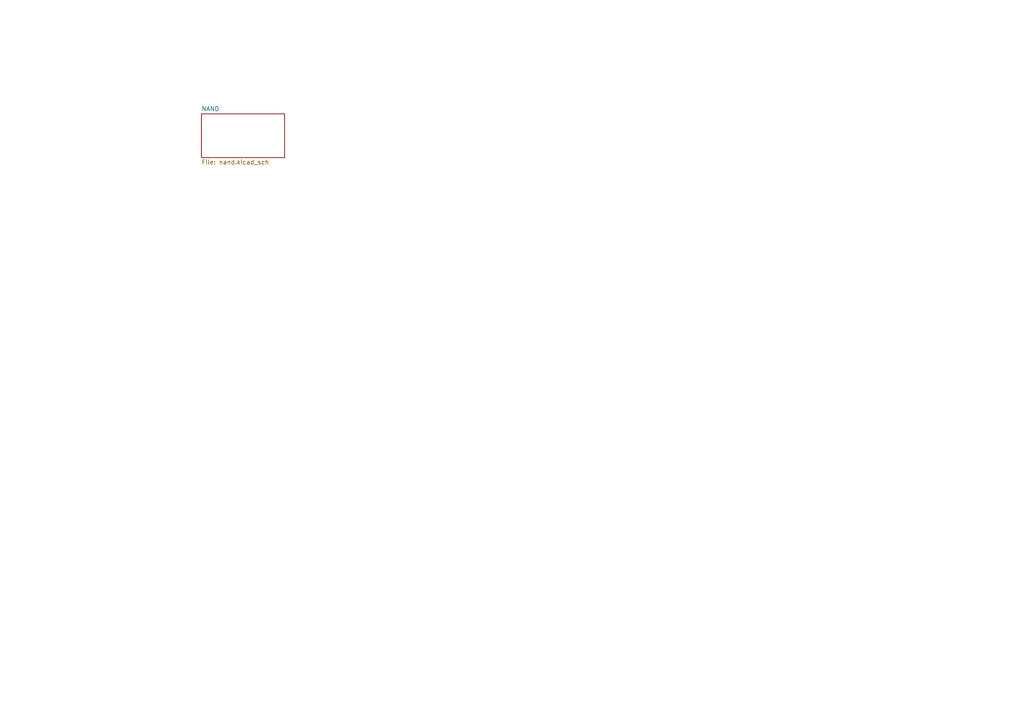
<source format=kicad_sch>
(kicad_sch (version 20230121) (generator eeschema)
  (paper "A4")
  (lib_symbols)
  (sheet (at 58.42 33.02) (size 24.13 12.7) (stroke (width 0.1524))
    (property "Sheetname" "NAND" (at 58.42 32.3084 0) (effects (justify left bottom)))
    (property "Sheetfile" "nand.kicad_sch" (at 58.42 46.3046 0) (effects (justify left top)))
  )
)
</source>
